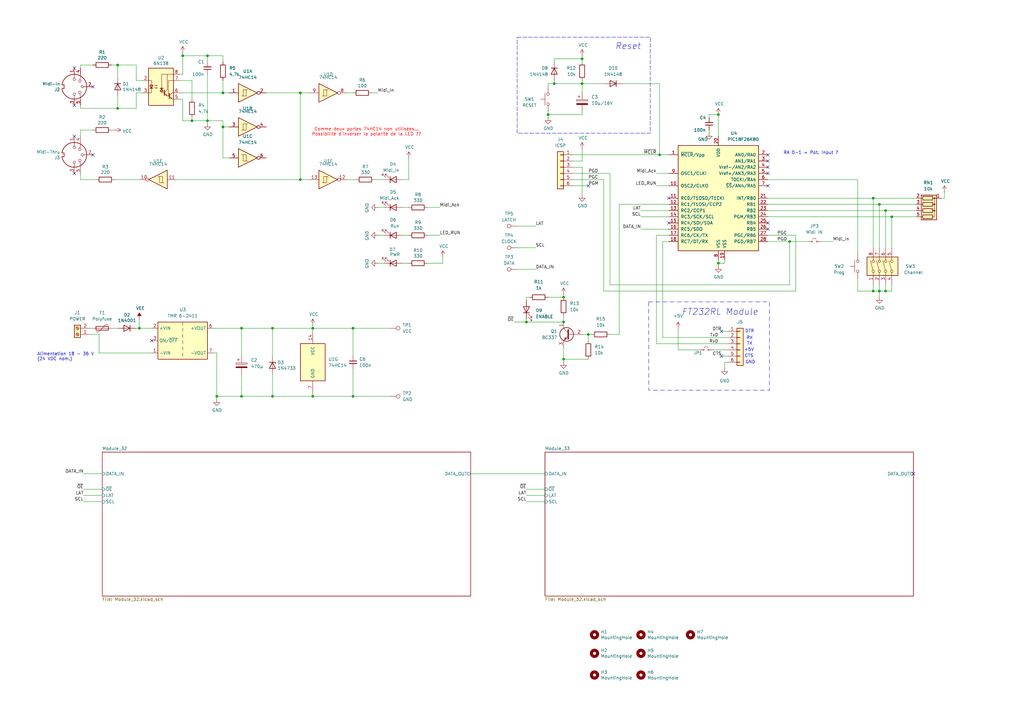
<source format=kicad_sch>
(kicad_sch (version 20250114) (generator "eeschema") (generator_version "9.0")
  (paper "A3")
  (title_block (title "Carte Midi - 64 Sorties") (date "2025-10-28") (rev "1") (comment 1 "1 - Remplacement TIP127 par SSM3J356R,LF"))
  (rectangle (start 266.065 123.825) (end 315.595 160.02) (stroke (width 0) (type dash_dot)))
  (rectangle (start 212.09 15.24) (end 266.7 54.61) (stroke (width 0) (type dash)))
  (text "RA 0-1 = Pot. Input ?" (at 321.31 63.5 0) (effects (font (size 1.27 1.27)) (justify left bottom)))
  (text "Comme deux portes 74HC14 non utilisées...\nPossibilité d'inverser la polarité de la LED ??" (at 150.368 54.102 0) (effects (font (size 1.27 1.27))))
  (text "TX" (at 307.467 140.97 0) (effects (font (size 1.27 1.27))))
  (text "DTR" (at 307.467 135.89 0) (effects (font (size 1.27 1.27))))
  (text "Alimentation 18 - 36 V\n(24 VDC nom.)" (at 15.24 148.082 0) (effects (font (size 1.27 1.27)) (justify left bottom)))
  (text "FT232RL Module" (at 311.023 129.54 0) (effects (font (size 2.54 2.54) (italic yes)) (justify right bottom)))
  (text "RX" (at 307.467 138.684 0) (effects (font (size 1.27 1.27))))
  (text "+5V" (at 307.213 143.51 0) (effects (font (size 1.27 1.27))))
  (text "CTS" (at 307.213 146.05 0) (effects (font (size 1.27 1.27))))
  (text "Reset" (at 262.89 20.574 0) (effects (font (size 2.54 2.54) (italic yes)) (justify right bottom)))
  (text "GND" (at 307.721 148.59 0) (effects (font (size 1.27 1.27))))
  (junction (at 91.44 52.07))
  (junction (at 111.76 162.56))
  (junction (at 360.68 119.38))
  (junction (at 323.85 99.06))
  (junction (at 241.3 137.16))
  (junction (at 365.76 88.9))
  (junction (at 78.74 49.53))
  (junction (at 360.68 83.82))
  (junction (at 231.14 147.32))
  (junction (at 358.14 81.28))
  (junction (at 74.93 22.86))
  (junction (at 238.76 34.29))
  (junction (at 224.79 46.99))
  (junction (at 294.64 107.95))
  (junction (at 363.22 86.36))
  (junction (at 85.09 22.86))
  (junction (at 48.26 44.45))
  (junction (at 111.76 134.62))
  (junction (at 128.27 134.62))
  (junction (at 144.78 162.56))
  (junction (at 128.27 162.56))
  (junction (at 227.33 34.29))
  (junction (at 48.26 26.67))
  (junction (at 99.06 162.56))
  (junction (at 270.51 63.5))
  (junction (at 99.06 134.62))
  (junction (at 88.9 162.56))
  (junction (at 85.09 49.53))
  (junction (at 123.19 38.1))
  (junction (at 231.14 121.92))
  (junction (at 363.22 119.38))
  (junction (at 57.15 134.62))
  (junction (at 231.14 132.08))
  (junction (at 358.14 119.38))
  (junction (at 294.64 46.99))
  (junction (at 215.9 132.08))
  (junction (at 238.76 24.13))
  (junction (at 123.19 73.66))
  (junction (at 144.78 134.62))
  (junction (at 91.44 38.1))
  (no_connect (at 30.48 55.88))
  (no_connect (at 314.96 93.98))
  (no_connect (at 38.1 35.56))
  (no_connect (at 374.65 194.31))
  (no_connect (at 274.32 81.28))
  (no_connect (at 30.48 27.94))
  (no_connect (at 62.23 139.7))
  (no_connect (at 314.96 91.44))
  (no_connect (at 314.96 76.2))
  (no_connect (at 314.96 63.5))
  (no_connect (at 274.32 91.44))
  (no_connect (at 38.1 63.5))
  (no_connect (at 314.96 68.58))
  (no_connect (at 314.96 71.12))
  (no_connect (at 30.48 71.12))
  (no_connect (at 241.3 76.2))
  (no_connect (at 30.48 43.18))
  (no_connect (at 314.96 66.04))
  (no_connect (at 295.91 135.89))
  (no_connect (at 295.91 146.05))
  (wire (pts (xy 34.29 200.66) (xy 41.91 200.66)))
  (wire (pts (xy 45.72 53.34) (xy 46.99 53.34)))
  (wire (pts (xy 254 137.16) (xy 250.19 137.16)))
  (wire (pts (xy 219.71 92.71) (xy 212.09 92.71)))
  (wire (pts (xy 360.68 119.38) (xy 360.68 121.92)))
  (wire (pts (xy 217.17 121.92) (xy 215.9 121.92)))
  (wire (pts (xy 314.96 86.36) (xy 363.22 86.36)))
  (wire (pts (xy 234.95 73.66) (xy 247.65 73.66)))
  (wire (pts (xy 73.66 30.48) (xy 74.93 30.48)))
  (wire (pts (xy 157.48 107.95) (xy 154.94 107.95)))
  (wire (pts (xy 215.9 205.74) (xy 223.52 205.74)))
  (wire (pts (xy 152.4 38.1) (xy 154.94 38.1)))
  (wire (pts (xy 238.76 68.58) (xy 238.76 80.01)))
  (wire (pts (xy 85.09 49.53) (xy 85.09 50.8)))
  (wire (pts (xy 290.83 54.61) (xy 290.83 53.34)))
  (wire (pts (xy 274.32 99.06) (xy 271.78 99.06)))
  (wire (pts (xy 238.76 24.13) (xy 238.76 25.4)))
  (wire (pts (xy 99.06 162.56) (xy 99.06 153.67)))
  (wire (pts (xy 111.76 153.67) (xy 111.76 162.56)))
  (wire (pts (xy 157.48 73.66) (xy 153.67 73.66)))
  (wire (pts (xy 74.93 22.86) (xy 85.09 22.86)))
  (wire (pts (xy 255.27 34.29) (xy 270.51 34.29)))
  (wire (pts (xy 238.76 45.72) (xy 238.76 46.99)))
  (wire (pts (xy 297.18 148.59) (xy 297.18 151.13)))
  (wire (pts (xy 45.72 26.67) (xy 48.26 26.67)))
  (wire (pts (xy 351.79 114.3) (xy 351.79 119.38)))
  (wire (pts (xy 40.64 144.78) (xy 62.23 144.78)))
  (wire (pts (xy 91.44 52.07) (xy 93.98 52.07)))
  (wire (pts (xy 167.64 85.09) (xy 165.1 85.09)))
  (wire (pts (xy 48.26 44.45) (xy 33.02 44.45)))
  (wire (pts (xy 262.89 86.36) (xy 274.32 86.36)))
  (wire (pts (xy 358.14 116.84) (xy 358.14 119.38)))
  (wire (pts (xy 358.14 81.28) (xy 358.14 101.6)))
  (wire (pts (xy 48.26 26.67) (xy 55.88 26.67)))
  (wire (pts (xy 234.95 76.2) (xy 241.3 76.2)))
  (wire (pts (xy 74.93 40.64) (xy 74.93 49.53)))
  (wire (pts (xy 269.24 140.97) (xy 298.45 140.97)))
  (wire (pts (xy 210.82 132.08) (xy 215.9 132.08)))
  (wire (pts (xy 262.89 93.98) (xy 274.32 93.98)))
  (wire (pts (xy 215.9 200.66) (xy 223.52 200.66)))
  (wire (pts (xy 271.78 138.43) (xy 298.45 138.43)))
  (wire (pts (xy 127 73.66) (xy 123.19 73.66)))
  (wire (pts (xy 91.44 49.53) (xy 91.44 52.07)))
  (wire (pts (xy 167.64 73.66) (xy 167.64 64.77)))
  (wire (pts (xy 146.05 73.66) (xy 142.24 73.66)))
  (wire (pts (xy 55.88 26.67) (xy 55.88 33.02)))
  (wire (pts (xy 227.33 34.29) (xy 238.76 34.29)))
  (wire (pts (xy 73.66 33.02) (xy 78.74 33.02)))
  (wire (pts (xy 33.02 71.12) (xy 33.02 73.66)))
  (wire (pts (xy 231.14 147.32) (xy 241.3 147.32)))
  (wire (pts (xy 180.34 96.52) (xy 175.26 96.52)))
  (wire (pts (xy 219.71 101.6) (xy 212.09 101.6)))
  (wire (pts (xy 167.64 107.95) (xy 165.1 107.95)))
  (wire (pts (xy 34.29 203.2) (xy 41.91 203.2)))
  (wire (pts (xy 40.64 137.16) (xy 40.64 144.78)))
  (wire (pts (xy 55.88 44.45) (xy 48.26 44.45)))
  (wire (pts (xy 33.02 44.45) (xy 33.02 43.18)))
  (wire (pts (xy 294.64 107.95) (xy 294.64 109.22)))
  (wire (pts (xy 128.27 134.62) (xy 128.27 135.89)))
  (wire (pts (xy 215.9 132.08) (xy 231.14 132.08)))
  (wire (pts (xy 157.48 85.09) (xy 154.94 85.09)))
  (wire (pts (xy 78.74 49.53) (xy 85.09 49.53)))
  (wire (pts (xy 193.04 194.31) (xy 223.52 194.31)))
  (wire (pts (xy 57.15 130.81) (xy 57.15 134.62)))
  (wire (pts (xy 144.78 134.62) (xy 160.02 134.62)))
  (wire (pts (xy 387.35 81.28) (xy 387.35 78.74)))
  (wire (pts (xy 109.22 38.1) (xy 123.19 38.1)))
  (wire (pts (xy 91.44 64.77) (xy 93.98 64.77)))
  (wire (pts (xy 128.27 162.56) (xy 111.76 162.56)))
  (wire (pts (xy 45.72 134.62) (xy 48.26 134.62)))
  (wire (pts (xy 128.27 162.56) (xy 128.27 161.29)))
  (wire (pts (xy 314.96 96.52) (xy 326.39 96.52)))
  (wire (pts (xy 215.9 130.81) (xy 215.9 132.08)))
  (wire (pts (xy 34.29 205.74) (xy 41.91 205.74)))
  (wire (pts (xy 314.96 99.06) (xy 323.85 99.06)))
  (wire (pts (xy 314.96 73.66) (xy 351.79 73.66)))
  (wire (pts (xy 270.51 34.29) (xy 270.51 63.5)))
  (wire (pts (xy 88.9 144.78) (xy 88.9 162.56)))
  (wire (pts (xy 78.74 40.64) (xy 78.74 33.02)))
  (wire (pts (xy 85.09 30.48) (xy 85.09 49.53)))
  (wire (pts (xy 278.13 134.62) (xy 278.13 143.51)))
  (wire (pts (xy 33.02 73.66) (xy 39.37 73.66)))
  (wire (pts (xy 58.42 38.1) (xy 55.88 38.1)))
  (wire (pts (xy 55.88 38.1) (xy 55.88 44.45)))
  (wire (pts (xy 290.83 46.99) (xy 294.64 46.99)))
  (wire (pts (xy 234.95 68.58) (xy 238.76 68.58)))
  (wire (pts (xy 238.76 34.29) (xy 247.65 34.29)))
  (wire (pts (xy 238.76 22.86) (xy 238.76 24.13)))
  (wire (pts (xy 128.27 134.62) (xy 128.27 133.35)))
  (wire (pts (xy 386.08 81.28) (xy 387.35 81.28)))
  (wire (pts (xy 271.78 99.06) (xy 271.78 138.43)))
  (wire (pts (xy 250.19 116.84) (xy 323.85 116.84)))
  (wire (pts (xy 91.44 38.1) (xy 93.98 38.1)))
  (wire (pts (xy 227.33 24.13) (xy 238.76 24.13)))
  (wire (pts (xy 323.85 116.84) (xy 323.85 99.06)))
  (wire (pts (xy 250.19 71.12) (xy 250.19 116.84)))
  (wire (pts (xy 231.14 120.65) (xy 231.14 121.92)))
  (wire (pts (xy 360.68 83.82) (xy 375.92 83.82)))
  (wire (pts (xy 87.63 144.78) (xy 88.9 144.78)))
  (wire (pts (xy 274.32 76.2) (xy 269.24 76.2)))
  (wire (pts (xy 48.26 26.67) (xy 48.26 31.75)))
  (wire (pts (xy 294.64 46.99) (xy 294.64 55.88)))
  (wire (pts (xy 297.18 106.68) (xy 297.18 107.95)))
  (wire (pts (xy 254 83.82) (xy 274.32 83.82)))
  (wire (pts (xy 360.68 119.38) (xy 360.68 116.84)))
  (wire (pts (xy 87.63 134.62) (xy 99.06 134.62)))
  (wire (pts (xy 144.78 134.62) (xy 144.78 146.05)))
  (wire (pts (xy 142.24 38.1) (xy 144.78 38.1)))
  (wire (pts (xy 224.79 121.92) (xy 231.14 121.92)))
  (wire (pts (xy 295.91 146.05) (xy 298.45 146.05)))
  (wire (pts (xy 238.76 34.29) (xy 238.76 33.02)))
  (wire (pts (xy 238.76 60.96) (xy 238.76 66.04)))
  (wire (pts (xy 224.79 35.56) (xy 224.79 34.29)))
  (wire (pts (xy 57.15 134.62) (xy 62.23 134.62)))
  (wire (pts (xy 46.99 73.66) (xy 57.15 73.66)))
  (wire (pts (xy 247.65 119.38) (xy 326.39 119.38)))
  (wire (pts (xy 314.96 88.9) (xy 365.76 88.9)))
  (wire (pts (xy 73.66 40.64) (xy 74.93 40.64)))
  (wire (pts (xy 262.89 88.9) (xy 274.32 88.9)))
  (wire (pts (xy 144.78 162.56) (xy 160.02 162.56)))
  (wire (pts (xy 33.02 55.88) (xy 33.02 53.34)))
  (wire (pts (xy 123.19 38.1) (xy 127 38.1)))
  (wire (pts (xy 33.02 26.67) (xy 38.1 26.67)))
  (wire (pts (xy 278.13 143.51) (xy 287.02 143.51)))
  (wire (pts (xy 85.09 25.4) (xy 85.09 22.86)))
  (wire (pts (xy 99.06 162.56) (xy 111.76 162.56)))
  (wire (pts (xy 74.93 22.86) (xy 74.93 21.59)))
  (wire (pts (xy 91.44 22.86) (xy 91.44 25.4)))
  (wire (pts (xy 295.91 135.89) (xy 298.45 135.89)))
  (wire (pts (xy 363.22 86.36) (xy 363.22 101.6)))
  (wire (pts (xy 33.02 53.34) (xy 38.1 53.34)))
  (wire (pts (xy 238.76 137.16) (xy 241.3 137.16)))
  (wire (pts (xy 224.79 45.72) (xy 224.79 46.99)))
  (wire (pts (xy 85.09 49.53) (xy 91.44 49.53)))
  (wire (pts (xy 36.83 137.16) (xy 40.64 137.16)))
  (wire (pts (xy 73.66 38.1) (xy 91.44 38.1)))
  (wire (pts (xy 351.79 119.38) (xy 358.14 119.38)))
  (wire (pts (xy 326.39 96.52) (xy 326.39 119.38)))
  (wire (pts (xy 99.06 146.05) (xy 99.06 134.62)))
  (wire (pts (xy 128.27 162.56) (xy 144.78 162.56)))
  (wire (pts (xy 33.02 27.94) (xy 33.02 26.67)))
  (wire (pts (xy 219.71 110.49) (xy 212.09 110.49)))
  (wire (pts (xy 314.96 83.82) (xy 360.68 83.82)))
  (wire (pts (xy 34.29 194.31) (xy 41.91 194.31)))
  (wire (pts (xy 224.79 46.99) (xy 224.79 48.26)))
  (wire (pts (xy 215.9 203.2) (xy 223.52 203.2)))
  (wire (pts (xy 323.85 99.06) (xy 331.47 99.06)))
  (wire (pts (xy 234.95 66.04) (xy 238.76 66.04)))
  (wire (pts (xy 365.76 88.9) (xy 375.92 88.9)))
  (wire (pts (xy 351.79 73.66) (xy 351.79 104.14)))
  (wire (pts (xy 123.19 38.1) (xy 123.19 73.66)))
  (wire (pts (xy 297.18 148.59) (xy 298.45 148.59)))
  (wire (pts (xy 363.22 86.36) (xy 375.92 86.36)))
  (wire (pts (xy 358.14 81.28) (xy 375.92 81.28)))
  (wire (pts (xy 157.48 96.52) (xy 154.94 96.52)))
  (wire (pts (xy 144.78 151.13) (xy 144.78 162.56)))
  (wire (pts (xy 128.27 134.62) (xy 144.78 134.62)))
  (wire (pts (xy 99.06 134.62) (xy 111.76 134.62)))
  (wire (pts (xy 48.26 39.37) (xy 48.26 44.45)))
  (wire (pts (xy 363.22 119.38) (xy 365.76 119.38)))
  (wire (pts (xy 227.33 25.4) (xy 227.33 24.13)))
  (wire (pts (xy 55.88 33.02) (xy 58.42 33.02)))
  (wire (pts (xy 238.76 34.29) (xy 238.76 38.1)))
  (wire (pts (xy 88.9 162.56) (xy 99.06 162.56)))
  (wire (pts (xy 91.44 52.07) (xy 91.44 64.77)))
  (wire (pts (xy 241.3 137.16) (xy 241.3 139.7)))
  (wire (pts (xy 215.9 121.92) (xy 215.9 123.19)))
  (wire (pts (xy 294.64 106.68) (xy 294.64 107.95)))
  (wire (pts (xy 269.24 96.52) (xy 274.32 96.52)))
  (wire (pts (xy 231.14 129.54) (xy 231.14 132.08)))
  (wire (pts (xy 74.93 30.48) (xy 74.93 22.86)))
  (wire (pts (xy 336.55 99.06) (xy 341.63 99.06)))
  (wire (pts (xy 234.95 63.5) (xy 270.51 63.5)))
  (wire (pts (xy 363.22 119.38) (xy 363.22 116.84)))
  (wire (pts (xy 274.32 63.5) (xy 270.51 63.5)))
  (wire (pts (xy 358.14 119.38) (xy 360.68 119.38)))
  (wire (pts (xy 360.68 119.38) (xy 363.22 119.38)))
  (wire (pts (xy 181.61 107.95) (xy 181.61 105.41)))
  (wire (pts (xy 175.26 107.95) (xy 181.61 107.95)))
  (wire (pts (xy 78.74 48.26) (xy 78.74 49.53)))
  (wire (pts (xy 85.09 22.86) (xy 91.44 22.86)))
  (wire (pts (xy 227.33 34.29) (xy 227.33 33.02)))
  (wire (pts (xy 72.39 73.66) (xy 123.19 73.66)))
  (wire (pts (xy 238.76 46.99) (xy 224.79 46.99)))
  (wire (pts (xy 111.76 146.05) (xy 111.76 134.62)))
  (wire (pts (xy 314.96 81.28) (xy 358.14 81.28)))
  (wire (pts (xy 297.18 107.95) (xy 294.64 107.95)))
  (wire (pts (xy 274.32 71.12) (xy 269.24 71.12)))
  (wire (pts (xy 360.68 83.82) (xy 360.68 101.6)))
  (wire (pts (xy 234.95 71.12) (xy 250.19 71.12)))
  (wire (pts (xy 292.1 143.51) (xy 298.45 143.51)))
  (wire (pts (xy 231.14 142.24) (xy 231.14 147.32)))
  (wire (pts (xy 165.1 73.66) (xy 167.64 73.66)))
  (wire (pts (xy 290.83 48.26) (xy 290.83 46.99)))
  (wire (pts (xy 55.88 134.62) (xy 57.15 134.62)))
  (wire (pts (xy 128.27 134.62) (xy 111.76 134.62)))
  (wire (pts (xy 36.83 134.62) (xy 38.1 134.62)))
  (wire (pts (xy 74.93 49.53) (xy 78.74 49.53)))
  (wire (pts (xy 365.76 88.9) (xy 365.76 101.6)))
  (wire (pts (xy 180.34 85.09) (xy 175.26 85.09)))
  (wire (pts (xy 247.65 73.66) (xy 247.65 119.38)))
  (wire (pts (xy 254 83.82) (xy 254 137.16)))
  (wire (pts (xy 241.3 137.16) (xy 242.57 137.16)))
  (wire (pts (xy 224.79 34.29) (xy 227.33 34.29)))
  (wire (pts (xy 231.14 147.32) (xy 231.14 148.59)))
  (wire (pts (xy 91.44 33.02) (xy 91.44 38.1)))
  (wire (pts (xy 269.24 96.52) (xy 269.24 140.97)))
  (wire (pts (xy 88.9 162.56) (xy 88.9 163.83)))
  (wire (pts (xy 365.76 119.38) (xy 365.76 116.84)))
  (wire (pts (xy 167.64 96.52) (xy 165.1 96.52)))
  (label "~{MCLR}" (at 269.24 63.5 180))
  (label "CTS" (at 295.91 146.05 180))
  (label "DATA_IN" (at 34.29 194.31 180))
  (label "Midi_Ack" (at 180.34 85.09 0))
  (label "~{OE}" (at 210.82 132.08 180))
  (label "LAT" (at 262.89 86.36 180))
  (label "Midi_Ack" (at 269.24 71.12 180))
  (label "DTR" (at 295.91 135.89 180))
  (label "LED_RUN" (at 180.34 96.52 0))
  (label "SCL" (at 219.71 101.6 0))
  (label "~{OE}" (at 34.29 200.66 180))
  (label "LAT" (at 34.29 203.2 180))
  (label "TxD" (at 294.64 138.43 180))
  (label "~{OE}" (at 215.9 200.66 180))
  (label "DATA_IN" (at 262.89 93.98 180))
  (label "SCL" (at 215.9 205.74 180))
  (label "PGC" (at 318.77 96.52 0))
  (label "Midi_In" (at 154.94 38.1 0))
  (label "PGC" (at 241.3 73.66 0))
  (label "PGM" (at 241.3 76.2 0))
  (label "SCL" (at 262.89 88.9 180))
  (label "LAT" (at 215.9 203.2 180))
  (label "SCL" (at 34.29 205.74 180))
  (label "PGD" (at 241.3 71.12 0))
  (label "PGD" (at 318.77 99.06 0))
  (label "RxD" (at 294.64 140.97 180))
  (label "DATA_IN" (at 219.71 110.49 0))
  (label "Midi_In" (at 341.63 99.06 0))
  (label "LAT" (at 219.71 92.71 0))
  (label "LED_RUN" (at 269.24 76.2 180))
  (symbol (lib_id "Device:LED") (at 161.29 107.95 0) (mirror x) (unit 1)
    (property "Reference" "D7" (at 162.306 102.362 0) (effects (justify right)))
    (property "Value" "PWR" (at 164.084 104.394 0) (effects (justify right)))
    (property "Footprint" "LED_THT:LED_D3.0mm" (effects (hide yes)))
    (property "Description" "Light emitting diode" (effects (hide yes)))
    (property "Sim.Pins" "1=K 2=A" (effects (hide yes)))
  )
  (symbol (lib_id "Connector:DIN-5_180degree") (at 30.48 35.56 270) (unit 1)
    (property "Reference" "J2" (at 24.6634 36.7284 90) (effects (justify right)))
    (property "Value" "Midi-In" (at 24.6634 34.417 90) (effects (justify right)))
    (property "Footprint" "Connector_Audio:din-5" (effects (hide yes)))
    (property "Datasheet" "http://www.mouser.com/ds/2/18/40_c091_abd_e-75918.pdf" (effects (hide yes)))
    (property "Description" "5-pin DIN connector (5-pin DIN-5 stereo)" (effects (hide yes)))
  )
  (symbol (lib_id "Device:R") (at 41.91 26.67 270) (unit 1)
    (property "Reference" "R1" (at 41.91 21.4122 90))
    (property "Value" "220" (at 41.91 23.7236 90))
    (property "Footprint" "Resistor_THT:R_Axial_DIN0207_L6.3mm_D2.5mm_P10.16mm_Horizontal" (effects (hide yes)))
    (property "Description" "Resistor" (effects (hide yes)))
  )
  (symbol (lib_id "Diode:1N4148") (at 48.26 35.56 270) (unit 1)
    (property "Reference" "D1" (at 50.2666 34.3916 90) (effects (justify left)))
    (property "Value" "1N4148" (at 50.2666 36.703 90) (effects (justify left)))
    (property "Footprint" "Diode_THT:D_DO-35_SOD27_P7.62mm_Horizontal" (effects (hide yes)))
    (property "Datasheet" "https://assets.nexperia.com/documents/data-sheet/1N4148_1N4448.pdf" (effects (hide yes)))
    (property "Description" "100V 0.15A standard switching diode, DO-35" (effects (hide yes)))
    (property "Sim.Device" "D" (effects (hide yes)))
    (property "Sim.Pins" "1=K 2=A" (effects (hide yes)))
  )
  (symbol (lib_id "Isolator:6N138") (at 66.04 35.56 0) (unit 1)
    (property "Reference" "U2" (at 66.04 23.6982 0))
    (property "Value" "6N138" (at 66.04 26.0096 0))
    (property "Footprint" "Package_DIP:DIP-8_W7.62mm" (effects (hide yes)))
    (property "Datasheet" "http://www.onsemi.com/pub/Collateral/HCPL2731-D.pdf" (effects (hide yes)))
    (property "Description" "Low Input Current high Gain Split Darlington Optocouplers, -0.5V to 7V VDD, DIP-8" (effects (hide yes)))
  )
  (symbol (lib_id "Device:D") (at 52.07 134.62 180) (unit 1)
    (property "Reference" "D2" (at 52.07 129.1336 0))
    (property "Value" "1N4001" (at 52.07 131.445 0))
    (property "Footprint" "Diode_THT:D_DO-35_SOD27_P7.62mm_Horizontal" (effects (hide yes)))
    (property "Description" "Diode" (effects (hide yes)))
    (property "Sim.Device" "D" (effects (hide yes)))
    (property "Sim.Pins" "1=K 2=A" (effects (hide yes)))
  )
  (symbol (lib_id "Device:D_Zener") (at 111.76 149.86 270) (unit 1)
    (property "Reference" "D3" (at 113.7666 148.6916 90) (effects (justify left)))
    (property "Value" "1N4733" (at 113.7666 151.003 90) (effects (justify left)))
    (property "Footprint" "Diode_THT:D_DO-35_SOD27_P7.62mm_Horizontal" (effects (hide yes)))
    (property "Description" "Zener diode" (effects (hide yes)))
  )
  (symbol (lib_id "power:VCC") (at 128.27 133.35 0) (unit 1)
    (property "Reference" "#PWR06" (effects (hide yes)))
    (property "Value" "VCC" (at 128.7018 128.9558 0))
    (property "Description" "Power symbol creates a global label with name \"VCC\"" (effects (hide yes)))
  )
  (symbol (lib_id "power:VCC") (at 294.64 46.99 0) (unit 1)
    (property "Reference" "#PWR021" (effects (hide yes)))
    (property "Value" "VCC" (at 295.0718 42.5958 0))
    (property "Description" "Power symbol creates a global label with name \"VCC\"" (effects (hide yes)))
  )
  (symbol (lib_id "Switch:SW_Push") (at 351.79 109.22 90) (unit 1)
    (property "Reference" "SW2" (at 344.17 109.22 90))
    (property "Value" "Prog" (at 344.17 111.76 90))
    (property "Footprint" "Button_Switch_THT:SW_PUSH_6mm" (effects (hide yes)))
    (property "Description" "Push button switch, generic, two pins" (effects (hide yes)))
  )
  (symbol (lib_id "power:GND") (at 88.9 163.83 0) (unit 1)
    (property "Reference" "#PWR05" (effects (hide yes)))
    (property "Value" "GND" (at 89.027 168.2242 0))
    (property "Description" "Power symbol creates a global label with name \"GND\" , ground" (effects (hide yes)))
  )
  (symbol (lib_id "power:GND") (at 85.09 50.8 0) (unit 1)
    (property "Reference" "#PWR04" (effects (hide yes)))
    (property "Value" "GND" (at 85.217 55.1942 0))
    (property "Description" "Power symbol creates a global label with name \"GND\" , ground" (effects (hide yes)))
  )
  (symbol (lib_id "power:GND") (at 360.68 121.92 0) (unit 1)
    (property "Reference" "#PWR025" (effects (hide yes)))
    (property "Value" "GND" (at 360.807 126.3142 0))
    (property "Description" "Power symbol creates a global label with name \"GND\" , ground" (effects (hide yes)))
  )
  (symbol (lib_id "power:GND") (at 294.64 109.22 0) (unit 1)
    (property "Reference" "#PWR022" (effects (hide yes)))
    (property "Value" "GND" (at 294.767 113.6142 0))
    (property "Description" "Power symbol creates a global label with name \"GND\" , ground" (effects (hide yes)))
  )
  (symbol (lib_id "power:GND") (at 154.94 85.09 270) (unit 1)
    (property "Reference" "#PWR07" (effects (hide yes)))
    (property "Value" "GND" (at 150.5458 85.217 0))
    (property "Description" "Power symbol creates a global label with name \"GND\" , ground" (effects (hide yes)))
  )
  (symbol (lib_id "power:GND") (at 154.94 107.95 270) (unit 1)
    (property "Reference" "#PWR09" (effects (hide yes)))
    (property "Value" "GND" (at 150.5458 108.077 0))
    (property "Description" "Power symbol creates a global label with name \"GND\" , ground" (effects (hide yes)))
  )
  (symbol (lib_id "Connector:DIN-5_180degree") (at 30.48 63.5 270) (unit 1)
    (property "Reference" "J3" (at 24.638 64.6684 90) (effects (justify right)))
    (property "Value" "Midi-Thru" (at 24.638 62.357 90) (effects (justify right)))
    (property "Footprint" "Connector_Audio:din-5" (effects (hide yes)))
    (property "Datasheet" "http://www.mouser.com/ds/2/18/40_c091_abd_e-75918.pdf" (effects (hide yes)))
    (property "Description" "5-pin DIN connector (5-pin DIN-5 stereo)" (effects (hide yes)))
  )
  (symbol (lib_id "Device:R") (at 41.91 53.34 270) (unit 1)
    (property "Reference" "R2" (at 41.91 48.0822 90))
    (property "Value" "220" (at 41.91 50.3936 90))
    (property "Footprint" "Resistor_THT:R_Axial_DIN0207_L6.3mm_D2.5mm_P10.16mm_Horizontal" (effects (hide yes)))
    (property "Description" "Resistor" (effects (hide yes)))
  )
  (symbol (lib_id "MCU_Microchip_PIC16:PIC16F876-XXISO") (at 294.64 81.28 0) (unit 1)
    (property "Reference" "U4" (at 300.99 54.61 0))
    (property "Value" "PIC18F26K80" (at 304.8 57.15 0))
    (property "Footprint" "Package_DIP:DIP-28_W7.62mm" (effects (hide yes)))
    (property "Datasheet" "http://ww1.microchip.com/downloads/en/DeviceDoc/30292C.pdf" (effects (hide yes)))
    (property "Description" "PIC16F876, 8K Flash, 386B SRAM, 256B EEPROM, SOIC28" (effects (hide yes)))
  )
  (symbol (lib_id "Switch:SW_DIP_x04") (at 363.22 109.22 90) (unit 1)
    (property "Reference" "SW3" (at 373.38 109.22 90))
    (property "Value" "Channel" (at 374.65 111.76 90))
    (property "Footprint" "Button_Switch_THT:SW_DIP_SPSTx04_Slide_9.78x12.34mm_W7.62mm_P2.54mm" (effects (hide yes)))
    (property "Description" "4x DIP Switch, Single Pole Single Throw (SPST) switch, small symbol" (effects (hide yes)))
  )
  (symbol (lib_id "power:VCC") (at 74.93 21.59 0) (unit 1)
    (property "Reference" "#PWR03" (effects (hide yes)))
    (property "Value" "VCC" (at 75.3618 17.1958 0))
    (property "Description" "Power symbol creates a global label with name \"VCC\"" (effects (hide yes)))
  )
  (symbol (lib_id "Device:R") (at 149.86 73.66 270) (unit 1)
    (property "Reference" "R7" (at 149.86 68.4022 90))
    (property "Value" "330" (at 149.86 70.7136 90))
    (property "Footprint" "Resistor_THT:R_Axial_DIN0207_L6.3mm_D2.5mm_P10.16mm_Horizontal" (effects (hide yes)))
    (property "Description" "Resistor" (effects (hide yes)))
  )
  (symbol (lib_id "Device:LED") (at 161.29 73.66 0) (mirror x) (unit 1)
    (property "Reference" "D4" (at 162.56 67.31 0) (effects (justify right)))
    (property "Value" "Midi_In" (at 163.83 69.85 0) (effects (justify right)))
    (property "Footprint" "LED_THT:LED_D3.0mm" (effects (hide yes)))
    (property "Description" "Light emitting diode" (effects (hide yes)))
    (property "Sim.Pins" "1=K 2=A" (effects (hide yes)))
  )
  (symbol (lib_id "power:VCC") (at 46.99 53.34 270) (unit 1)
    (property "Reference" "#PWR01" (effects (hide yes)))
    (property "Value" "VCC" (at 50.2412 53.7718 90) (effects (justify left)))
    (property "Description" "Power symbol creates a global label with name \"VCC\"" (effects (hide yes)))
  )
  (symbol (lib_id "Device:R") (at 43.18 73.66 270) (unit 1)
    (property "Reference" "R3" (at 43.18 68.4022 90))
    (property "Value" "220" (at 43.18 70.7136 90))
    (property "Footprint" "Resistor_THT:R_Axial_DIN0207_L6.3mm_D2.5mm_P10.16mm_Horizontal" (effects (hide yes)))
    (property "Description" "Resistor" (effects (hide yes)))
  )
  (symbol (lib_id "Device:C_Small") (at 290.83 50.8 180) (unit 1)
    (property "Reference" "C4" (at 288.29 48.26 0))
    (property "Value" "100n" (at 287.02 53.34 0))
    (property "Footprint" "Capacitor_THT:C_Disc_D5.0mm_W2.5mm_P2.50mm" (effects (hide yes)))
    (property "Description" "Unpolarized capacitor, small symbol" (effects (hide yes)))
  )
  (symbol (lib_id "power:GND") (at 290.83 54.61 0) (unit 1)
    (property "Reference" "#PWR020" (effects (hide yes)))
    (property "Value" "GND" (at 288.29 57.15 0))
    (property "Description" "Power symbol creates a global label with name \"GND\" , ground" (effects (hide yes)))
  )
  (symbol (lib_id "Mechanical:MountingHole") (at 243.84 260.35 0) (unit 1)
    (property "Reference" "H1" (at 246.38 259.1816 0) (effects (justify left)))
    (property "Value" "MountingHole" (at 246.38 261.493 0) (effects (justify left)))
    (property "Footprint" "MountingHole:MountingHole_3.2mm_M3" (effects (hide yes)))
    (property "Description" "Mounting Hole without connection" (effects (hide yes)))
  )
  (symbol (lib_id "Mechanical:MountingHole") (at 243.84 267.97 0) (unit 1)
    (property "Reference" "H2" (at 246.38 266.8016 0) (effects (justify left)))
    (property "Value" "MountingHole" (at 246.38 269.113 0) (effects (justify left)))
    (property "Footprint" "MountingHole:MountingHole_3.2mm_M3" (effects (hide yes)))
    (property "Description" "Mounting Hole without connection" (effects (hide yes)))
  )
  (symbol (lib_id "Mechanical:MountingHole") (at 262.89 260.35 0) (unit 1)
    (property "Reference" "H4" (at 265.43 259.1816 0) (effects (justify left)))
    (property "Value" "MountingHole" (at 265.43 261.493 0) (effects (justify left)))
    (property "Footprint" "MountingHole:MountingHole_3.2mm_M3" (effects (hide yes)))
    (property "Description" "Mounting Hole without connection" (effects (hide yes)))
  )
  (symbol (lib_id "Mechanical:MountingHole") (at 262.89 267.97 0) (unit 1)
    (property "Reference" "H5" (at 265.43 266.8016 0) (effects (justify left)))
    (property "Value" "MountingHole" (at 265.43 269.113 0) (effects (justify left)))
    (property "Footprint" "MountingHole:MountingHole_3.2mm_M3" (effects (hide yes)))
    (property "Description" "Mounting Hole without connection" (effects (hide yes)))
  )
  (symbol (lib_id "Device:C_Small") (at 85.09 27.94 180) (unit 1)
    (property "Reference" "C1" (at 82.55 25.4 0))
    (property "Value" "100n" (at 81.28 30.48 0))
    (property "Footprint" "Capacitor_THT:C_Disc_D5.0mm_W2.5mm_P2.50mm" (effects (hide yes)))
    (property "Description" "Unpolarized capacitor, small symbol" (effects (hide yes)))
  )
  (symbol (lib_id "power:VEE") (at 57.15 130.81 0) (unit 1)
    (property "Reference" "#PWR02" (effects (hide yes)))
    (property "Value" "VEE" (at 57.531 126.4158 0))
    (property "Description" "Power symbol creates a global label with name \"VEE\"" (effects (hide yes)))
  )
  (symbol (lib_id "power:VCC") (at 167.64 64.77 0) (unit 1)
    (property "Reference" "#PWR010" (effects (hide yes)))
    (property "Value" "VCC" (at 168.021 60.3758 0))
    (property "Description" "Power symbol creates a global label with name \"VCC\"" (effects (hide yes)))
  )
  (symbol (lib_id "power:GND") (at 154.94 96.52 270) (unit 1)
    (property "Reference" "#PWR08" (effects (hide yes)))
    (property "Value" "GND" (at 150.5458 96.647 0))
    (property "Description" "Power symbol creates a global label with name \"GND\" , ground" (effects (hide yes)))
  )
  (symbol (lib_id "74xx:74HC14") (at 101.6 38.1 0) (unit 1)
    (property "Reference" "U1" (at 101.6 29.21 0))
    (property "Value" "74HC14" (at 101.6 31.75 0))
    (property "Footprint" "Package_DIP:DIP-14_W7.62mm" (effects (hide yes)))
    (property "Datasheet" "http://www.ti.com/lit/gpn/sn74HC14" (effects (hide yes)))
    (property "Description" "Hex inverter schmitt trigger" (effects (hide yes)))
  )
  (symbol (lib_id "Converter_DCDC:TMR-2412") (at 74.93 139.7 0) (unit 1)
    (property "Reference" "U3" (at 74.93 127 0))
    (property "Value" "TMR 6-2411" (at 74.93 129.54 0))
    (property "Footprint" "Converter_DCDC:Converter_DCDC_TRACO_TMR4-xxxxWI_THT" (effects (hide yes)))
    (property "Datasheet" "https://www.tracopower.com/products/tmr2.pdf" (effects (hide yes)))
    (property "Description" "165mA Regulated 2W DC/DC converter with 1.5kV isolation, 18V-36V input, 12V fixed Output Voltage, SIP-8" (effects (hide yes)))
  )
  (symbol (lib_id "Mechanical:MountingHole") (at 262.89 276.86 0) (unit 1)
    (property "Reference" "H6" (at 265.43 275.6916 0) (effects (justify left)))
    (property "Value" "MountingHole" (at 265.43 278.003 0) (effects (justify left)))
    (property "Footprint" "MountingHole:MountingHole_3.2mm_M3" (effects (hide yes)))
    (property "Description" "Mounting Hole without connection" (effects (hide yes)))
  )
  (symbol (lib_id "74xx:74HC14") (at 101.6 52.07 0) (unit 2)
    (property "Reference" "U1" (at 101.6 44.45 0))
    (property "Value" "74HC14" (at 101.6 45.72 0))
    (property "Footprint" "Package_DIP:DIP-14_W7.62mm" (effects (hide yes)))
    (property "Datasheet" "http://www.ti.com/lit/gpn/sn74HC14" (effects (hide yes)))
    (property "Description" "Hex inverter schmitt trigger" (effects (hide yes)))
  )
  (symbol (lib_id "Connector:TestPoint") (at 160.02 162.56 270) (unit 1)
    (property "Reference" "TP2" (at 165.1 161.2899 90) (effects (justify left)))
    (property "Value" "GND" (at 165.1 163.8299 90) (effects (justify left)))
    (property "Footprint" "TestPoint:TestPoint_Loop_D2.50mm_Drill1.0mm" (effects (hide yes)))
    (property "Description" "test point" (effects (hide yes)))
  )
  (symbol (lib_id "Device:R_Network04") (at 381 86.36 270) (unit 1)
    (property "Reference" "RN1" (at 380.746 74.93 90))
    (property "Value" "10k" (at 380.746 77.47 90))
    (property "Footprint" "Resistor_THT:R_Array_SIP5" (effects (hide yes)))
    (property "Datasheet" "http://www.vishay.com/docs/31509/csc.pdf" (effects (hide yes)))
    (property "Description" "4 resistor network, star topology, bussed resistors, small symbol" (effects (hide yes)))
  )
  (symbol (lib_id "power:VCC") (at 181.61 105.41 0) (unit 1)
    (property "Reference" "#PWR011" (effects (hide yes)))
    (property "Value" "VCC" (at 182.0418 101.0158 0))
    (property "Description" "Power symbol creates a global label with name \"VCC\"" (effects (hide yes)))
  )
  (symbol (lib_id "Mechanical:MountingHole") (at 283.21 260.35 0) (unit 1)
    (property "Reference" "H7" (at 285.75 259.1816 0) (effects (justify left)))
    (property "Value" "MountingHole" (at 285.75 261.493 0) (effects (justify left)))
    (property "Footprint" "MountingHole:MountingHole_3.2mm_M3" (effects (hide yes)))
    (property "Description" "Mounting Hole without connection" (effects (hide yes)))
  )
  (symbol (lib_id "Diode:1N4148") (at 251.46 34.29 180) (unit 1)
    (property "Reference" "D10" (at 251.46 27.94 0))
    (property "Value" "1N4148" (at 251.46 30.48 0))
    (property "Footprint" "Diode_THT:D_DO-35_SOD27_P7.62mm_Horizontal" (effects (hide yes)))
    (property "Datasheet" "https://assets.nexperia.com/documents/data-sheet/1N4148_1N4448.pdf" (effects (hide yes)))
    (property "Description" "100V 0.15A standard switching diode, DO-35" (effects (hide yes)))
    (property "Sim.Device" "D" (effects (hide yes)))
    (property "Sim.Pins" "1=K 2=A" (effects (hide yes)))
  )
  (symbol (lib_id "Mechanical:MountingHole") (at 243.84 276.86 0) (unit 1)
    (property "Reference" "H3" (at 246.38 275.6916 0) (effects (justify left)))
    (property "Value" "MountingHole" (at 246.38 278.003 0) (effects (justify left)))
    (property "Footprint" "MountingHole:MountingHole_3.2mm_M3" (effects (hide yes)))
    (property "Description" "Mounting Hole without connection" (effects (hide yes)))
  )
  (symbol (lib_id "Device:C_Polarized") (at 238.76 41.91 0) (unit 1)
    (property "Reference" "C3" (at 242.57 39.7509 0) (effects (justify left)))
    (property "Value" "10µ/16V" (at 242.57 42.2909 0) (effects (justify left)))
    (property "Footprint" "Capacitor_THT:CP_Radial_D5.0mm_P2.00mm" (effects (hide yes)))
    (property "Description" "Polarized capacitor" (effects (hide yes)))
  )
  (symbol (lib_id "power:+5V") (at 278.13 134.62 0) (mirror y) (unit 1)
    (property "Reference" "#PWR056" (effects (hide yes)))
    (property "Value" "+5V" (at 278.13 129.54 0))
    (property "Description" "Power symbol creates a global label with name \"+5V\"" (effects (hide yes)))
  )
  (symbol (lib_id "Transistor_BJT:BC337") (at 233.68 137.16 0) (mirror y) (unit 1)
    (property "Reference" "Q1" (at 228.6 135.8899 0) (effects (justify left)))
    (property "Value" "BC337" (at 228.6 138.4299 0) (effects (justify left)))
    (property "Footprint" "Package_TO_SOT_THT:TO-92_Inline" (effects (hide yes)))
    (property "Datasheet" "https://diotec.com/tl_files/diotec/files/pdf/datasheets/bc337.pdf" (effects (hide yes)))
    (property "Description" "0.8A Ic, 45V Vce, NPN Transistor, TO-92" (effects (hide yes)))
  )
  (symbol (lib_id "Device:LED") (at 161.29 96.52 0) (mirror x) (unit 1)
    (property "Reference" "D6" (at 162.56 90.17 0) (effects (justify right)))
    (property "Value" "Run" (at 163.83 92.71 0) (effects (justify right)))
    (property "Footprint" "LED_THT:LED_D3.0mm" (effects (hide yes)))
    (property "Description" "Light emitting diode" (effects (hide yes)))
    (property "Sim.Pins" "1=K 2=A" (effects (hide yes)))
  )
  (symbol (lib_id "Device:LED") (at 161.29 85.09 0) (mirror x) (unit 1)
    (property "Reference" "D5" (at 162.56 78.74 0) (effects (justify right)))
    (property "Value" "Midi_Ack" (at 163.83 81.28 0) (effects (justify right)))
    (property "Footprint" "LED_THT:LED_D3.0mm" (effects (hide yes)))
    (property "Description" "Light emitting diode" (effects (hide yes)))
    (property "Sim.Pins" "1=K 2=A" (effects (hide yes)))
  )
  (symbol (lib_id "Connector_Generic:Conn_01x06") (at 303.53 140.97 0) (unit 1)
    (property "Reference" "J5" (at 303.53 132.08 0))
    (property "Value" "FT232" (effects (hide yes)))
    (property "Footprint" "Connector_PinSocket_2.54mm:PinSocket_1x06_P2.54mm_Horizontal" (effects (hide yes)))
    (property "Description" "Generic connector, single row, 01x06, script generated (kicad-library-utils/schlib/autogen/connector/)" (effects (hide yes)))
  )
  (symbol (lib_id "74xx:74HC14") (at 64.77 73.66 0) (mirror y) (unit 5)
    (property "Reference" "U1" (at 64.77 66.04 0))
    (property "Value" "74HC14" (at 64.77 67.31 0))
    (property "Footprint" "Package_DIP:DIP-14_W7.62mm" (effects (hide yes)))
    (property "Datasheet" "http://www.ti.com/lit/gpn/sn74HC14" (effects (hide yes)))
    (property "Description" "Hex inverter schmitt trigger" (effects (hide yes)))
  )
  (symbol (lib_id "Device:C_Polarized") (at 99.06 149.86 0) (unit 1)
    (property "Reference" "C2" (at 102.87 147.7009 0) (effects (justify left)))
    (property "Value" "470µ" (at 102.87 150.2409 0) (effects (justify left)))
    (property "Footprint" "Capacitor_THT:CP_Radial_D6.3mm_P2.50mm" (effects (hide yes)))
    (property "Description" "Polarized capacitor" (effects (hide yes)))
  )
  (symbol (lib_id "Device:R") (at 91.44 29.21 0) (unit 1)
    (property "Reference" "R5" (at 93.98 27.9399 0) (effects (justify left)))
    (property "Value" "4,7k" (at 93.98 30.4799 0) (effects (justify left)))
    (property "Footprint" "Resistor_THT:R_Axial_DIN0207_L6.3mm_D2.5mm_P10.16mm_Horizontal" (effects (hide yes)))
    (property "Description" "Resistor" (effects (hide yes)))
  )
  (symbol (lib_id "Device:R") (at 171.45 107.95 270) (unit 1)
    (property "Reference" "R10" (at 171.45 102.6922 90))
    (property "Value" "330" (at 171.45 105.0036 90))
    (property "Footprint" "Resistor_THT:R_Axial_DIN0207_L6.3mm_D2.5mm_P10.16mm_Horizontal" (effects (hide yes)))
    (property "Description" "Resistor" (effects (hide yes)))
  )
  (symbol (lib_id "power:GND") (at 297.18 151.13 0) (unit 1)
    (property "Reference" "#PWR053" (effects (hide yes)))
    (property "Value" "GND" (at 297.18 156.21 0))
    (property "Description" "Power symbol creates a global label with name \"GND\" , ground" (effects (hide yes)))
  )
  (symbol (lib_id "power:VCC") (at 387.35 78.74 0) (unit 1)
    (property "Reference" "#PWR026" (effects (hide yes)))
    (property "Value" "VCC" (at 387.7818 74.3458 0))
    (property "Description" "Power symbol creates a global label with name \"VCC\"" (effects (hide yes)))
  )
  (symbol (lib_id "Connector:TestPoint") (at 160.02 134.62 270) (unit 1)
    (property "Reference" "TP1" (at 165.1 133.3499 90) (effects (justify left)))
    (property "Value" "VCC" (at 165.1 135.8899 90) (effects (justify left)))
    (property "Footprint" "TestPoint:TestPoint_Loop_D2.50mm_Drill1.0mm" (effects (hide yes)))
    (property "Description" "test point" (effects (hide yes)))
  )
  (symbol (lib_id "Device:LED") (at 215.9 127 90) (unit 1)
    (property "Reference" "D9" (at 219.71 127.3174 90) (effects (justify right)))
    (property "Value" "ENABLE" (at 219.71 129.8574 90) (effects (justify right)))
    (property "Footprint" "LED_THT:LED_D3.0mm" (effects (hide yes)))
    (property "Description" "Light emitting diode" (effects (hide yes)))
    (property "Sim.Pins" "1=K 2=A" (effects (hide yes)))
  )
  (symbol (lib_id "power:VCC") (at 238.76 22.86 0) (unit 1)
    (property "Reference" "#PWR013" (effects (hide yes)))
    (property "Value" "VCC" (at 239.1918 18.4658 0))
    (property "Description" "Power symbol creates a global label with name \"VCC\"" (effects (hide yes)))
  )
  (symbol (lib_id "Jumper:Jumper_2_Small_Open") (at 289.56 143.51 0) (mirror y) (unit 1) (exclude_from_sim yes)
    (property "Reference" "JP1" (at 286.258 144.78 0))
    (property "Value" "USB" (effects (hide yes)))
    (property "Footprint" "Connector_PinHeader_2.54mm:PinHeader_1x02_P2.54mm_Vertical" (effects (hide yes)))
    (property "Description" "Jumper, 2-pole, small symbol, open" (effects (hide yes)))
  )
  (symbol (lib_id "Switch:SW_Push") (at 224.79 40.64 90) (unit 1)
    (property "Reference" "SW1" (at 217.17 40.64 90))
    (property "Value" "RESET" (at 217.17 43.18 90))
    (property "Footprint" "Button_Switch_THT:SW_PUSH_6mm" (effects (hide yes)))
    (property "Description" "Push button switch, generic, two pins" (effects (hide yes)))
  )
  (symbol (lib_id "Connector:TestPoint") (at 212.09 101.6 90) (mirror x) (unit 1)
    (property "Reference" "TP4" (at 208.788 96.52 90))
    (property "Value" "CLOCK" (at 208.788 99.06 90))
    (property "Footprint" "TestPoint:TestPoint_Loop_D2.50mm_Drill1.0mm" (effects (hide yes)))
    (property "Description" "test point" (effects (hide yes)))
  )
  (symbol (lib_id "power:GND") (at 224.79 48.26 0) (unit 1)
    (property "Reference" "#PWR012" (effects (hide yes)))
    (property "Value" "GND" (at 224.917 52.6542 0))
    (property "Description" "Power symbol creates a global label with name \"GND\" , ground" (effects (hide yes)))
  )
  (symbol (lib_id "power:VCC") (at 238.76 60.96 0) (unit 1)
    (property "Reference" "#PWR016" (effects (hide yes)))
    (property "Value" "VCC" (at 239.1918 56.5658 0))
    (property "Description" "Power symbol creates a global label with name \"VCC\"" (effects (hide yes)))
  )
  (symbol (lib_id "Device:C_Small") (at 144.78 148.59 0) (unit 1)
    (property "Reference" "C6" (at 147.32 147.3262 0) (effects (justify left)))
    (property "Value" "100n" (at 147.32 149.8662 0) (effects (justify left)))
    (property "Footprint" "Capacitor_THT:C_Disc_D5.0mm_W2.5mm_P2.50mm" (effects (hide yes)))
    (property "Description" "Unpolarized capacitor, small symbol" (effects (hide yes)))
  )
  (symbol (lib_id "Device:R") (at 231.14 125.73 0) (unit 1)
    (property "Reference" "R13" (at 233.68 124.4599 0) (effects (justify left)))
    (property "Value" "10k" (at 233.68 126.9999 0) (effects (justify left)))
    (property "Footprint" "Resistor_THT:R_Axial_DIN0207_L6.3mm_D2.5mm_P10.16mm_Horizontal" (effects (hide yes)))
    (property "Description" "Resistor" (effects (hide yes)))
  )
  (symbol (lib_id "Jumper:Jumper_2_Small_Open") (at 334.01 99.06 0) (unit 1) (exclude_from_sim yes)
    (property "Reference" "JP3" (at 334.01 92.71 0))
    (property "Value" "Midi IN" (at 334.01 95.25 0))
    (property "Footprint" "Connector_PinHeader_2.54mm:PinHeader_1x02_P2.54mm_Vertical" (effects (hide yes)))
    (property "Description" "Jumper, 2-pole, small symbol, open" (effects (hide yes)))
  )
  (symbol (lib_id "Device:Polyfuse") (at 41.91 134.62 90) (unit 1)
    (property "Reference" "F1" (at 41.91 128.27 90))
    (property "Value" "Polyfuse" (at 41.91 130.81 90))
    (property "Footprint" "Fuse:Fuse_Bourns_MF-RHT100" (effects (hide yes)))
    (property "Description" "Resettable fuse, polymeric positive temperature coefficient" (effects (hide yes)))
  )
  (symbol (lib_id "Connector:Screw_Terminal_01x02") (at 31.75 137.16 180) (unit 1)
    (property "Reference" "J1" (at 31.75 128.27 0))
    (property "Value" "POWER" (at 31.75 130.81 0))
    (property "Footprint" "TerminalBlock_Phoenix:TerminalBlock_Phoenix_MKDS-1,5-2-5.08_1x02_P5.08mm_Horizontal" (effects (hide yes)))
    (property "Description" "Generic screw terminal, single row, 01x02, script generated (kicad-library-utils/schlib/autogen/connector/)" (effects (hide yes)))
  )
  (symbol (lib_id "74xx:74HC14") (at 101.6 64.77 0) (mirror x) (unit 3)
    (property "Reference" "U1" (at 101.6 55.88 0))
    (property "Value" "74HC14" (at 101.6 58.42 0))
    (property "Footprint" "Package_DIP:DIP-14_W7.62mm" (effects (hide yes)))
    (property "Datasheet" "http://www.ti.com/lit/gpn/sn74HC14" (effects (hide yes)))
    (property "Description" "Hex inverter schmitt trigger" (effects (hide yes)))
  )
  (symbol (lib_id "Device:R") (at 241.3 143.51 0) (unit 1)
    (property "Reference" "R14" (at 243.84 142.2399 0) (effects (justify left)))
    (property "Value" "10k" (at 243.84 144.7799 0) (effects (justify left)))
    (property "Footprint" "Resistor_THT:R_Axial_DIN0207_L6.3mm_D2.5mm_P10.16mm_Horizontal" (effects (hide yes)))
    (property "Description" "Resistor" (effects (hide yes)))
  )
  (symbol (lib_id "Device:R") (at 171.45 85.09 270) (unit 1)
    (property "Reference" "R8" (at 171.45 79.8322 90))
    (property "Value" "330" (at 171.45 82.1436 90))
    (property "Footprint" "Resistor_THT:R_Axial_DIN0207_L6.3mm_D2.5mm_P10.16mm_Horizontal" (effects (hide yes)))
    (property "Description" "Resistor" (effects (hide yes)))
  )
  (symbol (lib_id "74xx:74HC14") (at 134.62 73.66 0) (unit 6)
    (property "Reference" "U1" (at 134.62 66.04 0))
    (property "Value" "74HC14" (at 134.62 67.31 0))
    (property "Footprint" "Package_DIP:DIP-14_W7.62mm" (effects (hide yes)))
    (property "Datasheet" "http://www.ti.com/lit/gpn/sn74HC14" (effects (hide yes)))
    (property "Description" "Hex inverter schmitt trigger" (effects (hide yes)))
  )
  (symbol (lib_id "Device:R") (at 171.45 96.52 270) (unit 1)
    (property "Reference" "R9" (at 171.45 91.2622 90))
    (property "Value" "330" (at 171.45 93.5736 90))
    (property "Footprint" "Resistor_THT:R_Axial_DIN0207_L6.3mm_D2.5mm_P10.16mm_Horizontal" (effects (hide yes)))
    (property "Description" "Resistor" (effects (hide yes)))
  )
  (symbol (lib_id "Device:R") (at 220.98 121.92 90) (unit 1)
    (property "Reference" "R11" (at 220.98 115.57 90))
    (property "Value" "1k" (at 220.98 118.11 90))
    (property "Footprint" "Resistor_THT:R_Axial_DIN0207_L6.3mm_D2.5mm_P10.16mm_Horizontal" (effects (hide yes)))
    (property "Description" "Resistor" (effects (hide yes)))
  )
  (symbol (lib_id "power:GND") (at 231.14 148.59 0) (unit 1)
    (property "Reference" "#PWR015" (effects (hide yes)))
    (property "Value" "GND" (at 231.267 152.9842 0))
    (property "Description" "Power symbol creates a global label with name \"GND\" , ground" (effects (hide yes)))
  )
  (symbol (lib_id "Device:R") (at 148.59 38.1 270) (unit 1)
    (property "Reference" "R6" (at 148.59 32.8422 90))
    (property "Value" "100" (at 148.59 35.1536 90))
    (property "Footprint" "Resistor_THT:R_Axial_DIN0207_L6.3mm_D2.5mm_P10.16mm_Horizontal" (effects (hide yes)))
    (property "Description" "Resistor" (effects (hide yes)))
  )
  (symbol (lib_id "Device:R") (at 238.76 29.21 0) (mirror y) (unit 1)
    (property "Reference" "R12" (at 236.22 27.9399 0) (effects (justify left)))
    (property "Value" "10k" (at 236.22 30.4799 0) (effects (justify left)))
    (property "Footprint" "Resistor_THT:R_Axial_DIN0207_L6.3mm_D2.5mm_P10.16mm_Horizontal" (effects (hide yes)))
    (property "Description" "Resistor" (effects (hide yes)))
  )
  (symbol (lib_id "power:GND") (at 238.76 80.01 0) (unit 1)
    (property "Reference" "#PWR017" (effects (hide yes)))
    (property "Value" "GND" (at 238.887 84.4042 0))
    (property "Description" "Power symbol creates a global label with name \"GND\" , ground" (effects (hide yes)))
  )
  (symbol (lib_id "Device:R") (at 78.74 44.45 0) (unit 1)
    (property "Reference" "R4" (at 81.28 43.1799 0) (effects (justify left)))
    (property "Value" "4,7k" (at 81.28 45.7199 0) (effects (justify left)))
    (property "Footprint" "Resistor_THT:R_Axial_DIN0207_L6.3mm_D2.5mm_P10.16mm_Horizontal" (effects (hide yes)))
    (property "Description" "Resistor" (effects (hide yes)))
  )
  (symbol (lib_id "Diode:1N4148") (at 227.33 29.21 90) (mirror x) (unit 1)
    (property "Reference" "D8" (at 224.79 27.9399 90) (effects (justify left)))
    (property "Value" "1N4148" (at 224.79 30.4799 90) (effects (justify left)))
    (property "Footprint" "Diode_THT:D_DO-35_SOD27_P7.62mm_Horizontal" (effects (hide yes)))
    (property "Datasheet" "https://assets.nexperia.com/documents/data-sheet/1N4148_1N4448.pdf" (effects (hide yes)))
    (property "Description" "100V 0.15A standard switching diode, DO-35" (effects (hide yes)))
    (property "Sim.Device" "D" (effects (hide yes)))
    (property "Sim.Pins" "1=K 2=A" (effects (hide yes)))
  )
  (symbol (lib_id "74xx:74HC14") (at 128.27 148.59 0) (unit 7)
    (property "Reference" "U1" (at 134.62 147.3199 0) (effects (justify left)))
    (property "Value" "74HC14" (at 134.62 149.8599 0) (effects (justify left)))
    (property "Footprint" "Package_DIP:DIP-14_W7.62mm" (effects (hide yes)))
    (property "Datasheet" "http://www.ti.com/lit/gpn/sn74HC14" (effects (hide yes)))
    (property "Description" "Hex inverter schmitt trigger" (effects (hide yes)))
  )
  (symbol (lib_id "power:VCC") (at 231.14 120.65 0) (unit 1)
    (property "Reference" "#PWR014" (effects (hide yes)))
    (property "Value" "VCC" (at 231.5718 116.2558 0))
    (property "Description" "Power symbol creates a global label with name \"VCC\"" (effects (hide yes)))
  )
  (symbol (lib_id "Connector:TestPoint") (at 212.09 92.71 90) (mirror x) (unit 1)
    (property "Reference" "TP5" (at 208.788 87.63 90))
    (property "Value" "LATCH" (at 208.788 90.17 90))
    (property "Footprint" "TestPoint:TestPoint_Loop_D2.50mm_Drill1.0mm" (effects (hide yes)))
    (property "Description" "test point" (effects (hide yes)))
  )
  (symbol (lib_id "Device:R") (at 246.38 137.16 90) (unit 1)
    (property "Reference" "R15" (at 246.38 130.81 90))
    (property "Value" "10k" (at 246.38 133.35 90))
    (property "Footprint" "Resistor_THT:R_Axial_DIN0207_L6.3mm_D2.5mm_P10.16mm_Horizontal" (effects (hide yes)))
    (property "Description" "Resistor" (effects (hide yes)))
  )
  (symbol (lib_id "Connector_Generic:Conn_01x06") (at 229.87 68.58 0) (mirror y) (unit 1)
    (property "Reference" "J4" (at 229.87 57.15 0))
    (property "Value" "ICSP" (at 229.87 59.69 0))
    (property "Footprint" "Connector_PinHeader_2.54mm:PinHeader_1x06_P2.54mm_Vertical" (effects (hide yes)))
    (property "Description" "Generic connector, single row, 01x06, script generated (kicad-library-utils/schlib/autogen/connector/)" (effects (hide yes)))
  )
  (symbol (lib_id "Connector:TestPoint") (at 212.09 110.49 90) (mirror x) (unit 1)
    (property "Reference" "TP3" (at 208.788 105.41 90))
    (property "Value" "DATA" (at 208.788 107.95 90))
    (property "Footprint" "TestPoint:TestPoint_Loop_D2.50mm_Drill1.0mm" (effects (hide yes)))
    (property "Description" "test point" (effects (hide yes)))
  )
  (symbol (lib_id "74xx:74HC14") (at 134.62 38.1 0) (unit 4)
    (property "Reference" "U1" (at 134.62 30.48 0))
    (property "Value" "74HC14" (at 134.62 31.75 0))
    (property "Footprint" "Package_DIP:DIP-14_W7.62mm" (effects (hide yes)))
    (property "Datasheet" "http://www.ti.com/lit/gpn/sn74HC14" (effects (hide yes)))
    (property "Description" "Hex inverter schmitt trigger" (effects (hide yes)))
  )
  (sheet (at 223.52 185.42) (size 151.13 59.055) (stroke (width 0.1524))
    (property "Sheetname" "Module_33" (at 223.52 184.7084 0) (effects (justify left bottom)))
    (property "Sheetfile" "Module_32.kicad_sch" (at 223.52 245.0596 0) (effects (justify left top)))
    (pin "DATA_OUT" output (at 374.65 194.31 0))
    (pin "~{OE}" input (at 223.52 200.66 180))
    (pin "LAT" input (at 223.52 203.2 180))
    (pin "SCL" input (at 223.52 205.74 180))
    (pin "DATA_IN" input (at 223.52 194.31 180))
  )
  (sheet (at 41.91 185.42) (size 151.13 59.055) (stroke (width 0.1524))
    (property "Sheetname" "Module_32" (at 41.91 184.7084 0) (effects (justify left bottom)))
    (property "Sheetfile" "Module_32.kicad_sch" (at 41.91 245.0596 0) (effects (justify left top)))
    (pin "DATA_OUT" output (at 193.04 194.31 0))
    (pin "~{OE}" input (at 41.91 200.66 180))
    (pin "LAT" input (at 41.91 203.2 180))
    (pin "SCL" input (at 41.91 205.74 180))
    (pin "DATA_IN" input (at 41.91 194.31 180))
  )
)
</source>
